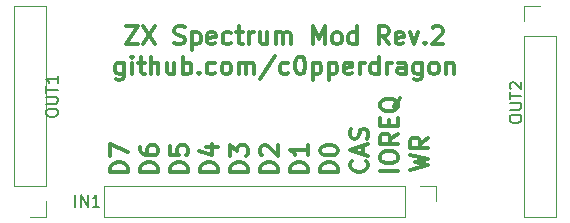
<source format=gbr>
G04 #@! TF.FileFunction,Legend,Top*
%FSLAX46Y46*%
G04 Gerber Fmt 4.6, Leading zero omitted, Abs format (unit mm)*
G04 Created by KiCad (PCBNEW 4.0.4-stable) date 12/09/17 21:43:02*
%MOMM*%
%LPD*%
G01*
G04 APERTURE LIST*
%ADD10C,0.100000*%
%ADD11C,0.300000*%
%ADD12C,0.120000*%
%ADD13C,0.150000*%
G04 APERTURE END LIST*
D10*
D11*
X125001430Y-71563571D02*
X126001430Y-71563571D01*
X125001430Y-73063571D01*
X126001430Y-73063571D01*
X126430001Y-71563571D02*
X127430001Y-73063571D01*
X127430001Y-71563571D02*
X126430001Y-73063571D01*
X129072857Y-72992143D02*
X129287143Y-73063571D01*
X129644286Y-73063571D01*
X129787143Y-72992143D01*
X129858572Y-72920714D01*
X129930000Y-72777857D01*
X129930000Y-72635000D01*
X129858572Y-72492143D01*
X129787143Y-72420714D01*
X129644286Y-72349286D01*
X129358572Y-72277857D01*
X129215714Y-72206429D01*
X129144286Y-72135000D01*
X129072857Y-71992143D01*
X129072857Y-71849286D01*
X129144286Y-71706429D01*
X129215714Y-71635000D01*
X129358572Y-71563571D01*
X129715714Y-71563571D01*
X129930000Y-71635000D01*
X130572857Y-72063571D02*
X130572857Y-73563571D01*
X130572857Y-72135000D02*
X130715714Y-72063571D01*
X131001428Y-72063571D01*
X131144285Y-72135000D01*
X131215714Y-72206429D01*
X131287143Y-72349286D01*
X131287143Y-72777857D01*
X131215714Y-72920714D01*
X131144285Y-72992143D01*
X131001428Y-73063571D01*
X130715714Y-73063571D01*
X130572857Y-72992143D01*
X132501428Y-72992143D02*
X132358571Y-73063571D01*
X132072857Y-73063571D01*
X131930000Y-72992143D01*
X131858571Y-72849286D01*
X131858571Y-72277857D01*
X131930000Y-72135000D01*
X132072857Y-72063571D01*
X132358571Y-72063571D01*
X132501428Y-72135000D01*
X132572857Y-72277857D01*
X132572857Y-72420714D01*
X131858571Y-72563571D01*
X133858571Y-72992143D02*
X133715714Y-73063571D01*
X133430000Y-73063571D01*
X133287142Y-72992143D01*
X133215714Y-72920714D01*
X133144285Y-72777857D01*
X133144285Y-72349286D01*
X133215714Y-72206429D01*
X133287142Y-72135000D01*
X133430000Y-72063571D01*
X133715714Y-72063571D01*
X133858571Y-72135000D01*
X134287142Y-72063571D02*
X134858571Y-72063571D01*
X134501428Y-71563571D02*
X134501428Y-72849286D01*
X134572856Y-72992143D01*
X134715714Y-73063571D01*
X134858571Y-73063571D01*
X135358571Y-73063571D02*
X135358571Y-72063571D01*
X135358571Y-72349286D02*
X135429999Y-72206429D01*
X135501428Y-72135000D01*
X135644285Y-72063571D01*
X135787142Y-72063571D01*
X136929999Y-72063571D02*
X136929999Y-73063571D01*
X136287142Y-72063571D02*
X136287142Y-72849286D01*
X136358570Y-72992143D01*
X136501428Y-73063571D01*
X136715713Y-73063571D01*
X136858570Y-72992143D01*
X136929999Y-72920714D01*
X137644285Y-73063571D02*
X137644285Y-72063571D01*
X137644285Y-72206429D02*
X137715713Y-72135000D01*
X137858571Y-72063571D01*
X138072856Y-72063571D01*
X138215713Y-72135000D01*
X138287142Y-72277857D01*
X138287142Y-73063571D01*
X138287142Y-72277857D02*
X138358571Y-72135000D01*
X138501428Y-72063571D01*
X138715713Y-72063571D01*
X138858571Y-72135000D01*
X138929999Y-72277857D01*
X138929999Y-73063571D01*
X140787142Y-73063571D02*
X140787142Y-71563571D01*
X141287142Y-72635000D01*
X141787142Y-71563571D01*
X141787142Y-73063571D01*
X142715714Y-73063571D02*
X142572856Y-72992143D01*
X142501428Y-72920714D01*
X142429999Y-72777857D01*
X142429999Y-72349286D01*
X142501428Y-72206429D01*
X142572856Y-72135000D01*
X142715714Y-72063571D01*
X142929999Y-72063571D01*
X143072856Y-72135000D01*
X143144285Y-72206429D01*
X143215714Y-72349286D01*
X143215714Y-72777857D01*
X143144285Y-72920714D01*
X143072856Y-72992143D01*
X142929999Y-73063571D01*
X142715714Y-73063571D01*
X144501428Y-73063571D02*
X144501428Y-71563571D01*
X144501428Y-72992143D02*
X144358571Y-73063571D01*
X144072857Y-73063571D01*
X143929999Y-72992143D01*
X143858571Y-72920714D01*
X143787142Y-72777857D01*
X143787142Y-72349286D01*
X143858571Y-72206429D01*
X143929999Y-72135000D01*
X144072857Y-72063571D01*
X144358571Y-72063571D01*
X144501428Y-72135000D01*
X147215714Y-73063571D02*
X146715714Y-72349286D01*
X146358571Y-73063571D02*
X146358571Y-71563571D01*
X146929999Y-71563571D01*
X147072857Y-71635000D01*
X147144285Y-71706429D01*
X147215714Y-71849286D01*
X147215714Y-72063571D01*
X147144285Y-72206429D01*
X147072857Y-72277857D01*
X146929999Y-72349286D01*
X146358571Y-72349286D01*
X148429999Y-72992143D02*
X148287142Y-73063571D01*
X148001428Y-73063571D01*
X147858571Y-72992143D01*
X147787142Y-72849286D01*
X147787142Y-72277857D01*
X147858571Y-72135000D01*
X148001428Y-72063571D01*
X148287142Y-72063571D01*
X148429999Y-72135000D01*
X148501428Y-72277857D01*
X148501428Y-72420714D01*
X147787142Y-72563571D01*
X149001428Y-72063571D02*
X149358571Y-73063571D01*
X149715713Y-72063571D01*
X150287142Y-72920714D02*
X150358570Y-72992143D01*
X150287142Y-73063571D01*
X150215713Y-72992143D01*
X150287142Y-72920714D01*
X150287142Y-73063571D01*
X150929999Y-71706429D02*
X151001428Y-71635000D01*
X151144285Y-71563571D01*
X151501428Y-71563571D01*
X151644285Y-71635000D01*
X151715714Y-71706429D01*
X151787142Y-71849286D01*
X151787142Y-71992143D01*
X151715714Y-72206429D01*
X150858571Y-73063571D01*
X151787142Y-73063571D01*
X124787143Y-74613571D02*
X124787143Y-75827857D01*
X124715714Y-75970714D01*
X124644286Y-76042143D01*
X124501429Y-76113571D01*
X124287143Y-76113571D01*
X124144286Y-76042143D01*
X124787143Y-75542143D02*
X124644286Y-75613571D01*
X124358572Y-75613571D01*
X124215714Y-75542143D01*
X124144286Y-75470714D01*
X124072857Y-75327857D01*
X124072857Y-74899286D01*
X124144286Y-74756429D01*
X124215714Y-74685000D01*
X124358572Y-74613571D01*
X124644286Y-74613571D01*
X124787143Y-74685000D01*
X125501429Y-75613571D02*
X125501429Y-74613571D01*
X125501429Y-74113571D02*
X125430000Y-74185000D01*
X125501429Y-74256429D01*
X125572857Y-74185000D01*
X125501429Y-74113571D01*
X125501429Y-74256429D01*
X126001429Y-74613571D02*
X126572858Y-74613571D01*
X126215715Y-74113571D02*
X126215715Y-75399286D01*
X126287143Y-75542143D01*
X126430001Y-75613571D01*
X126572858Y-75613571D01*
X127072858Y-75613571D02*
X127072858Y-74113571D01*
X127715715Y-75613571D02*
X127715715Y-74827857D01*
X127644286Y-74685000D01*
X127501429Y-74613571D01*
X127287144Y-74613571D01*
X127144286Y-74685000D01*
X127072858Y-74756429D01*
X129072858Y-74613571D02*
X129072858Y-75613571D01*
X128430001Y-74613571D02*
X128430001Y-75399286D01*
X128501429Y-75542143D01*
X128644287Y-75613571D01*
X128858572Y-75613571D01*
X129001429Y-75542143D01*
X129072858Y-75470714D01*
X129787144Y-75613571D02*
X129787144Y-74113571D01*
X129787144Y-74685000D02*
X129930001Y-74613571D01*
X130215715Y-74613571D01*
X130358572Y-74685000D01*
X130430001Y-74756429D01*
X130501430Y-74899286D01*
X130501430Y-75327857D01*
X130430001Y-75470714D01*
X130358572Y-75542143D01*
X130215715Y-75613571D01*
X129930001Y-75613571D01*
X129787144Y-75542143D01*
X131144287Y-75470714D02*
X131215715Y-75542143D01*
X131144287Y-75613571D01*
X131072858Y-75542143D01*
X131144287Y-75470714D01*
X131144287Y-75613571D01*
X132501430Y-75542143D02*
X132358573Y-75613571D01*
X132072859Y-75613571D01*
X131930001Y-75542143D01*
X131858573Y-75470714D01*
X131787144Y-75327857D01*
X131787144Y-74899286D01*
X131858573Y-74756429D01*
X131930001Y-74685000D01*
X132072859Y-74613571D01*
X132358573Y-74613571D01*
X132501430Y-74685000D01*
X133358573Y-75613571D02*
X133215715Y-75542143D01*
X133144287Y-75470714D01*
X133072858Y-75327857D01*
X133072858Y-74899286D01*
X133144287Y-74756429D01*
X133215715Y-74685000D01*
X133358573Y-74613571D01*
X133572858Y-74613571D01*
X133715715Y-74685000D01*
X133787144Y-74756429D01*
X133858573Y-74899286D01*
X133858573Y-75327857D01*
X133787144Y-75470714D01*
X133715715Y-75542143D01*
X133572858Y-75613571D01*
X133358573Y-75613571D01*
X134501430Y-75613571D02*
X134501430Y-74613571D01*
X134501430Y-74756429D02*
X134572858Y-74685000D01*
X134715716Y-74613571D01*
X134930001Y-74613571D01*
X135072858Y-74685000D01*
X135144287Y-74827857D01*
X135144287Y-75613571D01*
X135144287Y-74827857D02*
X135215716Y-74685000D01*
X135358573Y-74613571D01*
X135572858Y-74613571D01*
X135715716Y-74685000D01*
X135787144Y-74827857D01*
X135787144Y-75613571D01*
X137572858Y-74042143D02*
X136287144Y-75970714D01*
X138715716Y-75542143D02*
X138572859Y-75613571D01*
X138287145Y-75613571D01*
X138144287Y-75542143D01*
X138072859Y-75470714D01*
X138001430Y-75327857D01*
X138001430Y-74899286D01*
X138072859Y-74756429D01*
X138144287Y-74685000D01*
X138287145Y-74613571D01*
X138572859Y-74613571D01*
X138715716Y-74685000D01*
X139644287Y-74113571D02*
X139787144Y-74113571D01*
X139930001Y-74185000D01*
X140001430Y-74256429D01*
X140072859Y-74399286D01*
X140144287Y-74685000D01*
X140144287Y-75042143D01*
X140072859Y-75327857D01*
X140001430Y-75470714D01*
X139930001Y-75542143D01*
X139787144Y-75613571D01*
X139644287Y-75613571D01*
X139501430Y-75542143D01*
X139430001Y-75470714D01*
X139358573Y-75327857D01*
X139287144Y-75042143D01*
X139287144Y-74685000D01*
X139358573Y-74399286D01*
X139430001Y-74256429D01*
X139501430Y-74185000D01*
X139644287Y-74113571D01*
X140787144Y-74613571D02*
X140787144Y-76113571D01*
X140787144Y-74685000D02*
X140930001Y-74613571D01*
X141215715Y-74613571D01*
X141358572Y-74685000D01*
X141430001Y-74756429D01*
X141501430Y-74899286D01*
X141501430Y-75327857D01*
X141430001Y-75470714D01*
X141358572Y-75542143D01*
X141215715Y-75613571D01*
X140930001Y-75613571D01*
X140787144Y-75542143D01*
X142144287Y-74613571D02*
X142144287Y-76113571D01*
X142144287Y-74685000D02*
X142287144Y-74613571D01*
X142572858Y-74613571D01*
X142715715Y-74685000D01*
X142787144Y-74756429D01*
X142858573Y-74899286D01*
X142858573Y-75327857D01*
X142787144Y-75470714D01*
X142715715Y-75542143D01*
X142572858Y-75613571D01*
X142287144Y-75613571D01*
X142144287Y-75542143D01*
X144072858Y-75542143D02*
X143930001Y-75613571D01*
X143644287Y-75613571D01*
X143501430Y-75542143D01*
X143430001Y-75399286D01*
X143430001Y-74827857D01*
X143501430Y-74685000D01*
X143644287Y-74613571D01*
X143930001Y-74613571D01*
X144072858Y-74685000D01*
X144144287Y-74827857D01*
X144144287Y-74970714D01*
X143430001Y-75113571D01*
X144787144Y-75613571D02*
X144787144Y-74613571D01*
X144787144Y-74899286D02*
X144858572Y-74756429D01*
X144930001Y-74685000D01*
X145072858Y-74613571D01*
X145215715Y-74613571D01*
X146358572Y-75613571D02*
X146358572Y-74113571D01*
X146358572Y-75542143D02*
X146215715Y-75613571D01*
X145930001Y-75613571D01*
X145787143Y-75542143D01*
X145715715Y-75470714D01*
X145644286Y-75327857D01*
X145644286Y-74899286D01*
X145715715Y-74756429D01*
X145787143Y-74685000D01*
X145930001Y-74613571D01*
X146215715Y-74613571D01*
X146358572Y-74685000D01*
X147072858Y-75613571D02*
X147072858Y-74613571D01*
X147072858Y-74899286D02*
X147144286Y-74756429D01*
X147215715Y-74685000D01*
X147358572Y-74613571D01*
X147501429Y-74613571D01*
X148644286Y-75613571D02*
X148644286Y-74827857D01*
X148572857Y-74685000D01*
X148430000Y-74613571D01*
X148144286Y-74613571D01*
X148001429Y-74685000D01*
X148644286Y-75542143D02*
X148501429Y-75613571D01*
X148144286Y-75613571D01*
X148001429Y-75542143D01*
X147930000Y-75399286D01*
X147930000Y-75256429D01*
X148001429Y-75113571D01*
X148144286Y-75042143D01*
X148501429Y-75042143D01*
X148644286Y-74970714D01*
X150001429Y-74613571D02*
X150001429Y-75827857D01*
X149930000Y-75970714D01*
X149858572Y-76042143D01*
X149715715Y-76113571D01*
X149501429Y-76113571D01*
X149358572Y-76042143D01*
X150001429Y-75542143D02*
X149858572Y-75613571D01*
X149572858Y-75613571D01*
X149430000Y-75542143D01*
X149358572Y-75470714D01*
X149287143Y-75327857D01*
X149287143Y-74899286D01*
X149358572Y-74756429D01*
X149430000Y-74685000D01*
X149572858Y-74613571D01*
X149858572Y-74613571D01*
X150001429Y-74685000D01*
X150930001Y-75613571D02*
X150787143Y-75542143D01*
X150715715Y-75470714D01*
X150644286Y-75327857D01*
X150644286Y-74899286D01*
X150715715Y-74756429D01*
X150787143Y-74685000D01*
X150930001Y-74613571D01*
X151144286Y-74613571D01*
X151287143Y-74685000D01*
X151358572Y-74756429D01*
X151430001Y-74899286D01*
X151430001Y-75327857D01*
X151358572Y-75470714D01*
X151287143Y-75542143D01*
X151144286Y-75613571D01*
X150930001Y-75613571D01*
X152072858Y-74613571D02*
X152072858Y-75613571D01*
X152072858Y-74756429D02*
X152144286Y-74685000D01*
X152287144Y-74613571D01*
X152501429Y-74613571D01*
X152644286Y-74685000D01*
X152715715Y-74827857D01*
X152715715Y-75613571D01*
X149038571Y-83688857D02*
X150538571Y-83331714D01*
X149467143Y-83046000D01*
X150538571Y-82760286D01*
X149038571Y-82403143D01*
X150538571Y-80974571D02*
X149824286Y-81474571D01*
X150538571Y-81831714D02*
X149038571Y-81831714D01*
X149038571Y-81260286D01*
X149110000Y-81117428D01*
X149181429Y-81046000D01*
X149324286Y-80974571D01*
X149538571Y-80974571D01*
X149681429Y-81046000D01*
X149752857Y-81117428D01*
X149824286Y-81260286D01*
X149824286Y-81831714D01*
X147998571Y-83772000D02*
X146498571Y-83772000D01*
X146498571Y-82772000D02*
X146498571Y-82486286D01*
X146570000Y-82343428D01*
X146712857Y-82200571D01*
X146998571Y-82129143D01*
X147498571Y-82129143D01*
X147784286Y-82200571D01*
X147927143Y-82343428D01*
X147998571Y-82486286D01*
X147998571Y-82772000D01*
X147927143Y-82914857D01*
X147784286Y-83057714D01*
X147498571Y-83129143D01*
X146998571Y-83129143D01*
X146712857Y-83057714D01*
X146570000Y-82914857D01*
X146498571Y-82772000D01*
X147998571Y-80629142D02*
X147284286Y-81129142D01*
X147998571Y-81486285D02*
X146498571Y-81486285D01*
X146498571Y-80914857D01*
X146570000Y-80771999D01*
X146641429Y-80700571D01*
X146784286Y-80629142D01*
X146998571Y-80629142D01*
X147141429Y-80700571D01*
X147212857Y-80771999D01*
X147284286Y-80914857D01*
X147284286Y-81486285D01*
X147212857Y-79986285D02*
X147212857Y-79486285D01*
X147998571Y-79271999D02*
X147998571Y-79986285D01*
X146498571Y-79986285D01*
X146498571Y-79271999D01*
X148141429Y-77629142D02*
X148070000Y-77771999D01*
X147927143Y-77914856D01*
X147712857Y-78129142D01*
X147641429Y-78271999D01*
X147641429Y-78414856D01*
X147998571Y-78343428D02*
X147927143Y-78486285D01*
X147784286Y-78629142D01*
X147498571Y-78700571D01*
X146998571Y-78700571D01*
X146712857Y-78629142D01*
X146570000Y-78486285D01*
X146498571Y-78343428D01*
X146498571Y-78057714D01*
X146570000Y-77914856D01*
X146712857Y-77771999D01*
X146998571Y-77700571D01*
X147498571Y-77700571D01*
X147784286Y-77771999D01*
X147927143Y-77914856D01*
X147998571Y-78057714D01*
X147998571Y-78343428D01*
X145315714Y-82934856D02*
X145387143Y-83006285D01*
X145458571Y-83220571D01*
X145458571Y-83363428D01*
X145387143Y-83577713D01*
X145244286Y-83720571D01*
X145101429Y-83791999D01*
X144815714Y-83863428D01*
X144601429Y-83863428D01*
X144315714Y-83791999D01*
X144172857Y-83720571D01*
X144030000Y-83577713D01*
X143958571Y-83363428D01*
X143958571Y-83220571D01*
X144030000Y-83006285D01*
X144101429Y-82934856D01*
X145030000Y-82363428D02*
X145030000Y-81649142D01*
X145458571Y-82506285D02*
X143958571Y-82006285D01*
X145458571Y-81506285D01*
X145387143Y-81077714D02*
X145458571Y-80863428D01*
X145458571Y-80506285D01*
X145387143Y-80363428D01*
X145315714Y-80291999D01*
X145172857Y-80220571D01*
X145030000Y-80220571D01*
X144887143Y-80291999D01*
X144815714Y-80363428D01*
X144744286Y-80506285D01*
X144672857Y-80791999D01*
X144601429Y-80934857D01*
X144530000Y-81006285D01*
X144387143Y-81077714D01*
X144244286Y-81077714D01*
X144101429Y-81006285D01*
X144030000Y-80934857D01*
X143958571Y-80791999D01*
X143958571Y-80434857D01*
X144030000Y-80220571D01*
X142918571Y-83911142D02*
X141418571Y-83911142D01*
X141418571Y-83553999D01*
X141490000Y-83339714D01*
X141632857Y-83196856D01*
X141775714Y-83125428D01*
X142061429Y-83053999D01*
X142275714Y-83053999D01*
X142561429Y-83125428D01*
X142704286Y-83196856D01*
X142847143Y-83339714D01*
X142918571Y-83553999D01*
X142918571Y-83911142D01*
X141418571Y-82125428D02*
X141418571Y-81982571D01*
X141490000Y-81839714D01*
X141561429Y-81768285D01*
X141704286Y-81696856D01*
X141990000Y-81625428D01*
X142347143Y-81625428D01*
X142632857Y-81696856D01*
X142775714Y-81768285D01*
X142847143Y-81839714D01*
X142918571Y-81982571D01*
X142918571Y-82125428D01*
X142847143Y-82268285D01*
X142775714Y-82339714D01*
X142632857Y-82411142D01*
X142347143Y-82482571D01*
X141990000Y-82482571D01*
X141704286Y-82411142D01*
X141561429Y-82339714D01*
X141490000Y-82268285D01*
X141418571Y-82125428D01*
X140378571Y-83911142D02*
X138878571Y-83911142D01*
X138878571Y-83553999D01*
X138950000Y-83339714D01*
X139092857Y-83196856D01*
X139235714Y-83125428D01*
X139521429Y-83053999D01*
X139735714Y-83053999D01*
X140021429Y-83125428D01*
X140164286Y-83196856D01*
X140307143Y-83339714D01*
X140378571Y-83553999D01*
X140378571Y-83911142D01*
X140378571Y-81625428D02*
X140378571Y-82482571D01*
X140378571Y-82053999D02*
X138878571Y-82053999D01*
X139092857Y-82196856D01*
X139235714Y-82339714D01*
X139307143Y-82482571D01*
X137838571Y-83911142D02*
X136338571Y-83911142D01*
X136338571Y-83553999D01*
X136410000Y-83339714D01*
X136552857Y-83196856D01*
X136695714Y-83125428D01*
X136981429Y-83053999D01*
X137195714Y-83053999D01*
X137481429Y-83125428D01*
X137624286Y-83196856D01*
X137767143Y-83339714D01*
X137838571Y-83553999D01*
X137838571Y-83911142D01*
X136481429Y-82482571D02*
X136410000Y-82411142D01*
X136338571Y-82268285D01*
X136338571Y-81911142D01*
X136410000Y-81768285D01*
X136481429Y-81696856D01*
X136624286Y-81625428D01*
X136767143Y-81625428D01*
X136981429Y-81696856D01*
X137838571Y-82553999D01*
X137838571Y-81625428D01*
X135298571Y-83911142D02*
X133798571Y-83911142D01*
X133798571Y-83553999D01*
X133870000Y-83339714D01*
X134012857Y-83196856D01*
X134155714Y-83125428D01*
X134441429Y-83053999D01*
X134655714Y-83053999D01*
X134941429Y-83125428D01*
X135084286Y-83196856D01*
X135227143Y-83339714D01*
X135298571Y-83553999D01*
X135298571Y-83911142D01*
X133798571Y-82553999D02*
X133798571Y-81625428D01*
X134370000Y-82125428D01*
X134370000Y-81911142D01*
X134441429Y-81768285D01*
X134512857Y-81696856D01*
X134655714Y-81625428D01*
X135012857Y-81625428D01*
X135155714Y-81696856D01*
X135227143Y-81768285D01*
X135298571Y-81911142D01*
X135298571Y-82339714D01*
X135227143Y-82482571D01*
X135155714Y-82553999D01*
X132758571Y-83911142D02*
X131258571Y-83911142D01*
X131258571Y-83553999D01*
X131330000Y-83339714D01*
X131472857Y-83196856D01*
X131615714Y-83125428D01*
X131901429Y-83053999D01*
X132115714Y-83053999D01*
X132401429Y-83125428D01*
X132544286Y-83196856D01*
X132687143Y-83339714D01*
X132758571Y-83553999D01*
X132758571Y-83911142D01*
X131758571Y-81768285D02*
X132758571Y-81768285D01*
X131187143Y-82125428D02*
X132258571Y-82482571D01*
X132258571Y-81553999D01*
X130218571Y-83911142D02*
X128718571Y-83911142D01*
X128718571Y-83553999D01*
X128790000Y-83339714D01*
X128932857Y-83196856D01*
X129075714Y-83125428D01*
X129361429Y-83053999D01*
X129575714Y-83053999D01*
X129861429Y-83125428D01*
X130004286Y-83196856D01*
X130147143Y-83339714D01*
X130218571Y-83553999D01*
X130218571Y-83911142D01*
X128718571Y-81696856D02*
X128718571Y-82411142D01*
X129432857Y-82482571D01*
X129361429Y-82411142D01*
X129290000Y-82268285D01*
X129290000Y-81911142D01*
X129361429Y-81768285D01*
X129432857Y-81696856D01*
X129575714Y-81625428D01*
X129932857Y-81625428D01*
X130075714Y-81696856D01*
X130147143Y-81768285D01*
X130218571Y-81911142D01*
X130218571Y-82268285D01*
X130147143Y-82411142D01*
X130075714Y-82482571D01*
X127678571Y-83911142D02*
X126178571Y-83911142D01*
X126178571Y-83553999D01*
X126250000Y-83339714D01*
X126392857Y-83196856D01*
X126535714Y-83125428D01*
X126821429Y-83053999D01*
X127035714Y-83053999D01*
X127321429Y-83125428D01*
X127464286Y-83196856D01*
X127607143Y-83339714D01*
X127678571Y-83553999D01*
X127678571Y-83911142D01*
X126178571Y-81768285D02*
X126178571Y-82053999D01*
X126250000Y-82196856D01*
X126321429Y-82268285D01*
X126535714Y-82411142D01*
X126821429Y-82482571D01*
X127392857Y-82482571D01*
X127535714Y-82411142D01*
X127607143Y-82339714D01*
X127678571Y-82196856D01*
X127678571Y-81911142D01*
X127607143Y-81768285D01*
X127535714Y-81696856D01*
X127392857Y-81625428D01*
X127035714Y-81625428D01*
X126892857Y-81696856D01*
X126821429Y-81768285D01*
X126750000Y-81911142D01*
X126750000Y-82196856D01*
X126821429Y-82339714D01*
X126892857Y-82411142D01*
X127035714Y-82482571D01*
X125138571Y-83911142D02*
X123638571Y-83911142D01*
X123638571Y-83553999D01*
X123710000Y-83339714D01*
X123852857Y-83196856D01*
X123995714Y-83125428D01*
X124281429Y-83053999D01*
X124495714Y-83053999D01*
X124781429Y-83125428D01*
X124924286Y-83196856D01*
X125067143Y-83339714D01*
X125138571Y-83553999D01*
X125138571Y-83911142D01*
X123638571Y-82553999D02*
X123638571Y-81553999D01*
X125138571Y-82196856D01*
D12*
X118170000Y-69790000D02*
X115510000Y-69790000D01*
X118170000Y-85090000D02*
X118170000Y-69790000D01*
X115510000Y-85090000D02*
X115510000Y-69790000D01*
X118170000Y-85090000D02*
X115510000Y-85090000D01*
X118170000Y-86360000D02*
X118170000Y-87690000D01*
X118170000Y-87690000D02*
X116840000Y-87690000D01*
X158690000Y-87690000D02*
X161350000Y-87690000D01*
X158690000Y-72390000D02*
X158690000Y-87690000D01*
X161350000Y-72390000D02*
X161350000Y-87690000D01*
X158690000Y-72390000D02*
X161350000Y-72390000D01*
X158690000Y-71120000D02*
X158690000Y-69790000D01*
X158690000Y-69790000D02*
X160020000Y-69790000D01*
X123130000Y-85030000D02*
X123130000Y-87690000D01*
X148590000Y-85030000D02*
X123130000Y-85030000D01*
X148590000Y-87690000D02*
X123130000Y-87690000D01*
X148590000Y-85030000D02*
X148590000Y-87690000D01*
X149860000Y-85030000D02*
X151190000Y-85030000D01*
X151190000Y-85030000D02*
X151190000Y-86360000D01*
D13*
X118197381Y-78946191D02*
X118197381Y-78755714D01*
X118245000Y-78660476D01*
X118340238Y-78565238D01*
X118530714Y-78517619D01*
X118864048Y-78517619D01*
X119054524Y-78565238D01*
X119149762Y-78660476D01*
X119197381Y-78755714D01*
X119197381Y-78946191D01*
X119149762Y-79041429D01*
X119054524Y-79136667D01*
X118864048Y-79184286D01*
X118530714Y-79184286D01*
X118340238Y-79136667D01*
X118245000Y-79041429D01*
X118197381Y-78946191D01*
X118197381Y-78089048D02*
X119006905Y-78089048D01*
X119102143Y-78041429D01*
X119149762Y-77993810D01*
X119197381Y-77898572D01*
X119197381Y-77708095D01*
X119149762Y-77612857D01*
X119102143Y-77565238D01*
X119006905Y-77517619D01*
X118197381Y-77517619D01*
X118197381Y-77184286D02*
X118197381Y-76612857D01*
X119197381Y-76898572D02*
X118197381Y-76898572D01*
X119197381Y-75755714D02*
X119197381Y-76327143D01*
X119197381Y-76041429D02*
X118197381Y-76041429D01*
X118340238Y-76136667D01*
X118435476Y-76231905D01*
X118483095Y-76327143D01*
X157440381Y-79454191D02*
X157440381Y-79263714D01*
X157488000Y-79168476D01*
X157583238Y-79073238D01*
X157773714Y-79025619D01*
X158107048Y-79025619D01*
X158297524Y-79073238D01*
X158392762Y-79168476D01*
X158440381Y-79263714D01*
X158440381Y-79454191D01*
X158392762Y-79549429D01*
X158297524Y-79644667D01*
X158107048Y-79692286D01*
X157773714Y-79692286D01*
X157583238Y-79644667D01*
X157488000Y-79549429D01*
X157440381Y-79454191D01*
X157440381Y-78597048D02*
X158249905Y-78597048D01*
X158345143Y-78549429D01*
X158392762Y-78501810D01*
X158440381Y-78406572D01*
X158440381Y-78216095D01*
X158392762Y-78120857D01*
X158345143Y-78073238D01*
X158249905Y-78025619D01*
X157440381Y-78025619D01*
X157440381Y-77692286D02*
X157440381Y-77120857D01*
X158440381Y-77406572D02*
X157440381Y-77406572D01*
X157535619Y-76835143D02*
X157488000Y-76787524D01*
X157440381Y-76692286D01*
X157440381Y-76454190D01*
X157488000Y-76358952D01*
X157535619Y-76311333D01*
X157630857Y-76263714D01*
X157726095Y-76263714D01*
X157868952Y-76311333D01*
X158440381Y-76882762D01*
X158440381Y-76263714D01*
X120666000Y-86812381D02*
X120666000Y-85812381D01*
X121142190Y-86812381D02*
X121142190Y-85812381D01*
X121713619Y-86812381D01*
X121713619Y-85812381D01*
X122713619Y-86812381D02*
X122142190Y-86812381D01*
X122427904Y-86812381D02*
X122427904Y-85812381D01*
X122332666Y-85955238D01*
X122237428Y-86050476D01*
X122142190Y-86098095D01*
M02*

</source>
